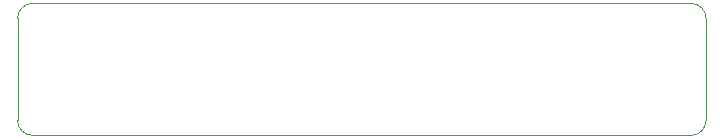
<source format=gbr>
G04 #@! TF.GenerationSoftware,KiCad,Pcbnew,(5.1.9)-1*
G04 #@! TF.CreationDate,2021-04-29T19:17:25+01:00*
G04 #@! TF.ProjectId,Roctec 26-pin to Gotek Adapter,526f6374-6563-4203-9236-2d70696e2074,rev?*
G04 #@! TF.SameCoordinates,Original*
G04 #@! TF.FileFunction,Profile,NP*
%FSLAX46Y46*%
G04 Gerber Fmt 4.6, Leading zero omitted, Abs format (unit mm)*
G04 Created by KiCad (PCBNEW (5.1.9)-1) date 2021-04-29 19:17:25*
%MOMM*%
%LPD*%
G01*
G04 APERTURE LIST*
G04 #@! TA.AperFunction,Profile*
%ADD10C,0.050000*%
G04 #@! TD*
G04 APERTURE END LIST*
D10*
X101219000Y-117221000D02*
G75*
G02*
X99949000Y-115951000I0J1270000D01*
G01*
X158242000Y-115951000D02*
G75*
G02*
X156972000Y-117221000I-1270000J0D01*
G01*
X156972000Y-106045000D02*
G75*
G02*
X158242000Y-107315000I0J-1270000D01*
G01*
X99949000Y-107315000D02*
G75*
G02*
X101219000Y-106045000I1270000J0D01*
G01*
X99949000Y-115951000D02*
X99949000Y-107315000D01*
X156972000Y-117221000D02*
X101219000Y-117221000D01*
X158242000Y-107315000D02*
X158242000Y-115951000D01*
X101219000Y-106045000D02*
X156972000Y-106045000D01*
M02*

</source>
